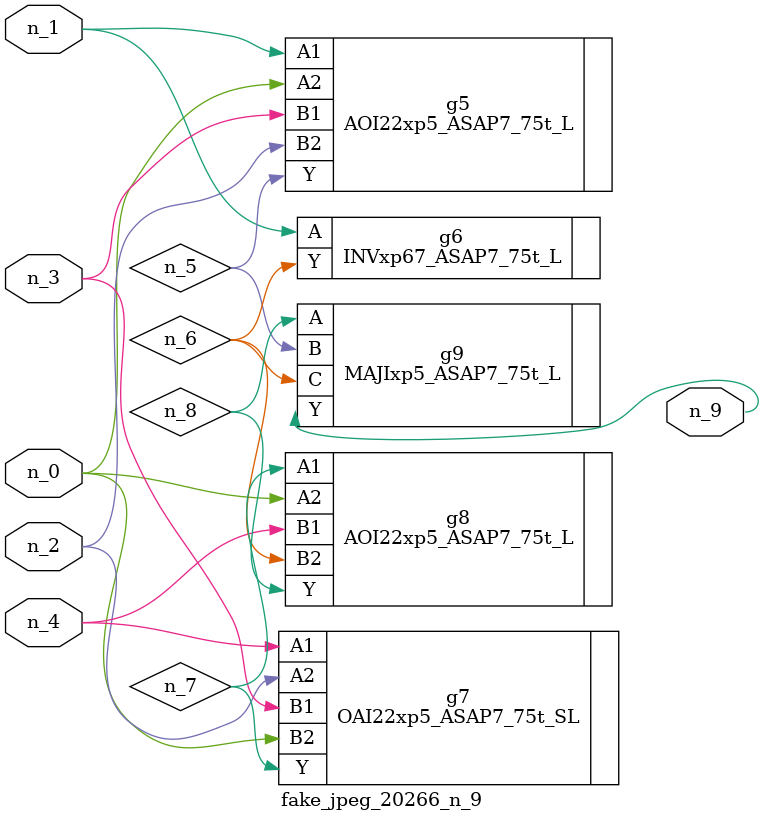
<source format=v>
module fake_jpeg_20266_n_9 (n_3, n_2, n_1, n_0, n_4, n_9);

input n_3;
input n_2;
input n_1;
input n_0;
input n_4;

output n_9;

wire n_8;
wire n_6;
wire n_5;
wire n_7;

AOI22xp5_ASAP7_75t_L g5 ( 
.A1(n_1),
.A2(n_0),
.B1(n_3),
.B2(n_2),
.Y(n_5)
);

INVxp67_ASAP7_75t_L g6 ( 
.A(n_1),
.Y(n_6)
);

OAI22xp5_ASAP7_75t_SL g7 ( 
.A1(n_4),
.A2(n_2),
.B1(n_3),
.B2(n_0),
.Y(n_7)
);

AOI22xp5_ASAP7_75t_L g8 ( 
.A1(n_7),
.A2(n_0),
.B1(n_4),
.B2(n_6),
.Y(n_8)
);

MAJIxp5_ASAP7_75t_L g9 ( 
.A(n_8),
.B(n_5),
.C(n_6),
.Y(n_9)
);


endmodule
</source>
